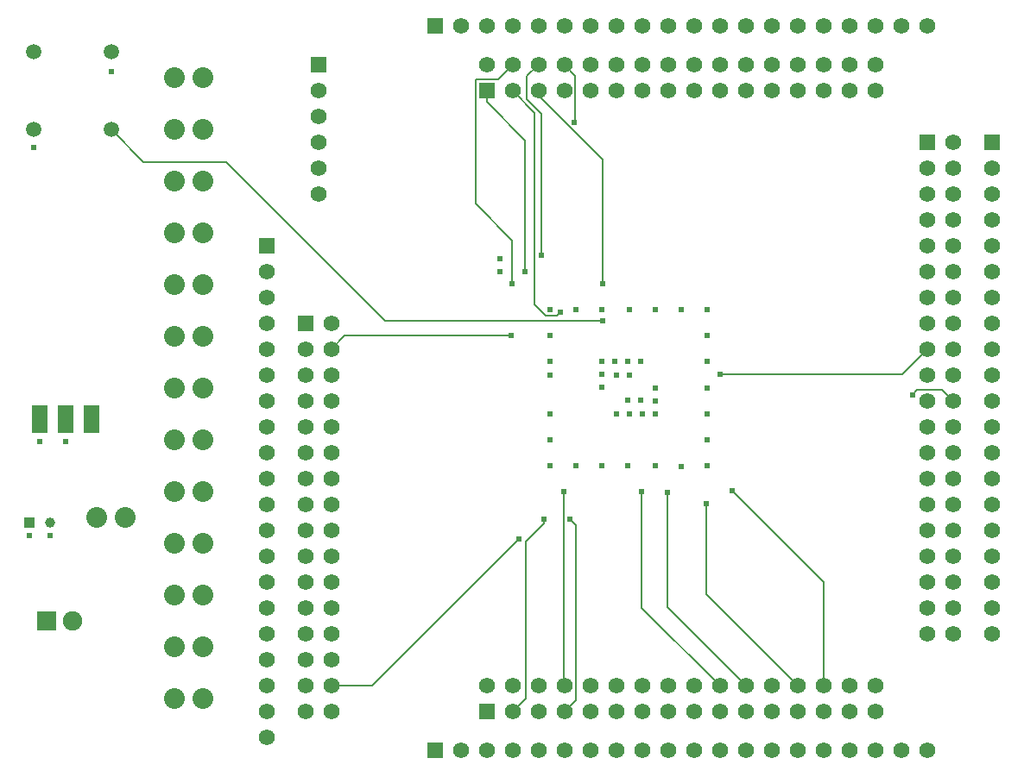
<source format=gbl>
G04 Layer: BottomLayer*
G04 EasyEDA v5.9.42, Mon, 25 Mar 2019 10:54:48 GMT*
G04 9ec46c63b194450d96f21d754a7bc232*
G04 Gerber Generator version 0.2*
G04 Scale: 100 percent, Rotated: No, Reflected: No *
G04 Dimensions in inches *
G04 leading zeros omitted , absolute positions ,2 integer and 4 decimal *
%FSLAX24Y24*%
%MOIN*%
G90*
G70D02*

%ADD11C,0.008000*%
%ADD12C,0.024400*%
%ADD13C,0.024000*%
%ADD14C,0.080000*%
%ADD15R,0.062000X0.062000*%
%ADD16C,0.062000*%
%ADD17R,0.059700X0.107500*%
%ADD18R,0.039370X0.039370*%
%ADD19C,0.039370*%
%ADD20R,0.074803X0.074803*%
%ADD21C,0.074803*%
%ADD22C,0.059050*%

%LPD*%
G54D11*
G01X21622Y20255D02*
G01X21622Y25705D01*
G01X21063Y26265D01*
G01X21063Y27161D01*
G01X21500Y27600D01*
G01X22867Y25388D02*
G01X22932Y25455D01*
G01X22932Y27167D01*
G01X22500Y27600D01*
G01X20500Y27600D02*
G01X19943Y27042D01*
G01X19092Y27042D01*
G01X19068Y27019D01*
G01X19068Y22227D01*
G01X20486Y20809D01*
G01X20486Y19138D01*
G01X19500Y26169D02*
G01X20989Y24678D01*
G01X20989Y19609D01*
G01X19500Y26600D02*
G01X19500Y26169D01*
G01X20500Y26600D02*
G01X21364Y25736D01*
G01X21364Y18336D01*
G01X21798Y17902D01*
G01X22202Y17902D01*
G01X22350Y18050D01*
G01X23975Y19125D02*
G01X23975Y23940D01*
G01X21500Y26415D01*
G01X21500Y26600D01*
G01X36500Y16600D02*
G01X35534Y15634D01*
G01X28502Y15634D01*
G01X28502Y15634D01*
G01X37500Y14600D02*
G01X37068Y15030D01*
G01X36127Y15030D01*
G01X35954Y14857D01*
G01X22500Y3600D02*
G01X22475Y3625D01*
G01X22475Y11109D01*
G01X22500Y2600D02*
G01X22942Y3042D01*
G01X22942Y9819D01*
G01X22723Y10038D01*
G01X20436Y17125D02*
G01X14026Y17125D01*
G01X13500Y16600D01*
G01X20761Y9273D02*
G01X15088Y3600D01*
G01X13500Y3600D01*
G01X25490Y11096D02*
G01X25490Y6609D01*
G01X28500Y3600D01*
G01X26472Y11086D02*
G01X26472Y6626D01*
G01X29500Y3600D01*
G01X27975Y10625D02*
G01X27975Y7125D01*
G01X31500Y3600D01*
G01X32500Y3600D02*
G01X32500Y7600D01*
G01X28975Y11125D01*
G01X21711Y10046D02*
G01X21711Y9884D01*
G01X21000Y9171D01*
G01X21000Y3100D01*
G01X20500Y2600D01*
G01X5000Y25100D02*
G01X6246Y23853D01*
G01X9434Y23853D01*
G01X15584Y17703D01*
G01X23985Y17703D01*
G54D14*
G01X7450Y27100D03*
G01X8550Y27100D03*
G01X7450Y25100D03*
G01X8550Y25100D03*
G01X7450Y23100D03*
G01X8550Y23100D03*
G01X7450Y21100D03*
G01X8550Y21100D03*
G01X7450Y19100D03*
G01X8550Y19100D03*
G01X7450Y17100D03*
G01X8550Y17100D03*
G01X7450Y15100D03*
G01X8550Y15100D03*
G01X7450Y13100D03*
G01X8550Y13100D03*
G01X7450Y11100D03*
G01X8550Y11100D03*
G01X7450Y9100D03*
G01X8550Y9100D03*
G01X7450Y7100D03*
G01X8550Y7100D03*
G01X7450Y5100D03*
G01X8550Y5100D03*
G01X7450Y3100D03*
G01X8550Y3100D03*
G54D15*
G01X36500Y24600D03*
G54D16*
G01X37500Y24600D03*
G01X36500Y23600D03*
G01X37500Y23600D03*
G01X36500Y22600D03*
G01X37500Y22600D03*
G01X36500Y21600D03*
G01X37500Y21600D03*
G01X36500Y20600D03*
G01X37500Y20600D03*
G01X36500Y19600D03*
G01X37500Y19600D03*
G01X36500Y18600D03*
G01X37500Y18600D03*
G01X36500Y17600D03*
G01X37500Y17600D03*
G01X36500Y16600D03*
G01X37500Y16600D03*
G01X36500Y15600D03*
G01X37500Y15600D03*
G01X36500Y14600D03*
G01X37500Y14600D03*
G01X36500Y13600D03*
G01X37500Y13600D03*
G01X36500Y12600D03*
G01X37500Y12600D03*
G01X36500Y11600D03*
G01X37500Y11600D03*
G01X36500Y10600D03*
G01X37500Y10600D03*
G01X36500Y9600D03*
G01X37500Y9600D03*
G01X36500Y8600D03*
G01X37500Y8600D03*
G01X36500Y7600D03*
G01X37500Y7600D03*
G01X36500Y6600D03*
G01X37500Y6600D03*
G01X36500Y5600D03*
G01X37500Y5600D03*
G54D15*
G01X19500Y2600D03*
G54D16*
G01X19500Y3600D03*
G01X20500Y2600D03*
G01X20500Y3600D03*
G01X21500Y2600D03*
G01X21500Y3600D03*
G01X22500Y2600D03*
G01X22500Y3600D03*
G01X23500Y2600D03*
G01X23500Y3600D03*
G01X24500Y2600D03*
G01X24500Y3600D03*
G01X25500Y2600D03*
G01X25500Y3600D03*
G01X26500Y2600D03*
G01X26500Y3600D03*
G01X27500Y2600D03*
G01X27500Y3600D03*
G01X28500Y2600D03*
G01X28500Y3600D03*
G01X29500Y2600D03*
G01X29500Y3600D03*
G01X30500Y2600D03*
G01X30500Y3600D03*
G01X31500Y2600D03*
G01X31500Y3600D03*
G01X32500Y2600D03*
G01X32500Y3600D03*
G01X33500Y2600D03*
G01X33500Y3600D03*
G01X34500Y2600D03*
G01X34500Y3600D03*
G54D15*
G01X19500Y26600D03*
G54D16*
G01X19500Y27600D03*
G01X20500Y26600D03*
G01X20500Y27600D03*
G01X21500Y26600D03*
G01X21500Y27600D03*
G01X22500Y26600D03*
G01X22500Y27600D03*
G01X23500Y26600D03*
G01X23500Y27600D03*
G01X24500Y26600D03*
G01X24500Y27600D03*
G01X25500Y26600D03*
G01X25500Y27600D03*
G01X26500Y26600D03*
G01X26500Y27600D03*
G01X27500Y26600D03*
G01X27500Y27600D03*
G01X28500Y26600D03*
G01X28500Y27600D03*
G01X29500Y26600D03*
G01X29500Y27600D03*
G01X30500Y26600D03*
G01X30500Y27600D03*
G01X31500Y26600D03*
G01X31500Y27600D03*
G01X32500Y26600D03*
G01X32500Y27600D03*
G01X33500Y26600D03*
G01X33500Y27600D03*
G01X34500Y26600D03*
G01X34500Y27600D03*
G54D15*
G01X12500Y17600D03*
G54D16*
G01X13500Y17600D03*
G01X12500Y16600D03*
G01X13500Y16600D03*
G01X12500Y15600D03*
G01X13500Y15600D03*
G01X12500Y14600D03*
G01X13500Y14600D03*
G01X12500Y13600D03*
G01X13500Y13600D03*
G01X12500Y12600D03*
G01X13500Y12600D03*
G01X12500Y11600D03*
G01X13500Y11600D03*
G01X12500Y10600D03*
G01X13500Y10600D03*
G01X12500Y9600D03*
G01X13500Y9600D03*
G01X12500Y8600D03*
G01X13500Y8600D03*
G01X12500Y7600D03*
G01X13500Y7600D03*
G01X12500Y6600D03*
G01X13500Y6600D03*
G01X12500Y5600D03*
G01X13500Y5600D03*
G01X12500Y4600D03*
G01X13500Y4600D03*
G01X12500Y3600D03*
G01X13500Y3600D03*
G01X12500Y2600D03*
G01X13500Y2600D03*
G54D17*
G01X2250Y13899D03*
G01X3250Y13899D03*
G01X4250Y13899D03*
G54D18*
G01X1855Y9900D03*
G54D19*
G01X2643Y9900D03*
G54D14*
G01X4450Y10100D03*
G01X5550Y10100D03*
G54D16*
G01X13000Y22600D03*
G01X13000Y23600D03*
G01X13000Y24600D03*
G01X13000Y25600D03*
G01X13000Y26600D03*
G54D15*
G01X13000Y27600D03*
G54D20*
G01X2500Y6100D03*
G54D21*
G01X3500Y6100D03*
G54D16*
G01X36500Y29100D03*
G01X35500Y29100D03*
G01X34500Y29100D03*
G01X33500Y29100D03*
G01X32500Y29100D03*
G01X31500Y29100D03*
G01X30500Y29100D03*
G01X29500Y29100D03*
G01X28500Y29100D03*
G01X27500Y29100D03*
G01X26500Y29100D03*
G01X25500Y29100D03*
G01X24500Y29100D03*
G01X23500Y29100D03*
G01X22500Y29100D03*
G01X21500Y29100D03*
G01X20500Y29100D03*
G01X19500Y29100D03*
G01X18500Y29100D03*
G54D15*
G01X17500Y29100D03*
G54D16*
G01X39000Y5600D03*
G01X39000Y6600D03*
G01X39000Y7600D03*
G01X39000Y8600D03*
G01X39000Y9600D03*
G01X39000Y10600D03*
G01X39000Y11600D03*
G01X39000Y12600D03*
G01X39000Y13600D03*
G01X39000Y14600D03*
G01X39000Y15600D03*
G01X39000Y16600D03*
G01X39000Y17600D03*
G01X39000Y18600D03*
G01X39000Y19600D03*
G01X39000Y20600D03*
G01X39000Y21600D03*
G01X39000Y22600D03*
G01X39000Y23600D03*
G54D15*
G01X39000Y24600D03*
G54D16*
G01X36500Y1100D03*
G01X35500Y1100D03*
G01X34500Y1100D03*
G01X33500Y1100D03*
G01X32500Y1100D03*
G01X31500Y1100D03*
G01X30500Y1100D03*
G01X29500Y1100D03*
G01X28500Y1100D03*
G01X27500Y1100D03*
G01X26500Y1100D03*
G01X25500Y1100D03*
G01X24500Y1100D03*
G01X23500Y1100D03*
G01X22500Y1100D03*
G01X21500Y1100D03*
G01X20500Y1100D03*
G01X19500Y1100D03*
G01X18500Y1100D03*
G54D15*
G01X17500Y1100D03*
G54D16*
G01X11000Y1600D03*
G01X11000Y2600D03*
G01X11000Y3600D03*
G01X11000Y4600D03*
G01X11000Y5600D03*
G01X11000Y6600D03*
G01X11000Y7600D03*
G01X11000Y8600D03*
G01X11000Y9600D03*
G01X11000Y10600D03*
G01X11000Y11600D03*
G01X11000Y12600D03*
G01X11000Y13600D03*
G01X11000Y14600D03*
G01X11000Y15600D03*
G01X11000Y16600D03*
G01X11000Y17600D03*
G01X11000Y18600D03*
G01X11000Y19600D03*
G54D15*
G01X11000Y20600D03*
G54D22*
G01X5000Y25100D03*
G01X5000Y28100D03*
G01X2000Y28100D03*
G01X2000Y25100D03*
G54D12*
G01X23950Y16150D03*
G01X24450Y16150D03*
G01X24950Y16150D03*
G01X25450Y16150D03*
G01X23950Y15650D03*
G01X24500Y15600D03*
G01X25000Y15600D03*
G01X26000Y15100D03*
G01X26000Y14600D03*
G01X26000Y14100D03*
G01X25500Y14100D03*
G01X25000Y14100D03*
G01X24500Y14100D03*
G01X23950Y15150D03*
G01X24950Y14650D03*
G01X25450Y14650D03*
G01X20000Y20100D03*
G01X21950Y18150D03*
G01X21950Y16150D03*
G01X23950Y18150D03*
G01X26000Y18150D03*
G01X28000Y18150D03*
G01X28000Y16150D03*
G01X28000Y14100D03*
G01X28000Y12100D03*
G01X26000Y12100D03*
G01X23950Y12100D03*
G01X21950Y12100D03*
G01X21950Y14100D03*
G01X20000Y19600D03*
G01X21950Y17150D03*
G01X22950Y18150D03*
G01X25000Y18150D03*
G01X27000Y18150D03*
G01X21950Y15600D03*
G01X21950Y13100D03*
G01X22950Y12100D03*
G01X24950Y12100D03*
G01X27025Y12075D03*
G01X28000Y13100D03*
G01X28000Y15100D03*
G01X28000Y17150D03*
G54D13*
G01X21622Y20255D03*
G01X22867Y25388D03*
G01X20486Y19138D03*
G01X20989Y19609D03*
G01X22350Y18050D03*
G01X23975Y19125D03*
G01X28502Y15634D03*
G01X35954Y14857D03*
G01X22475Y11109D03*
G01X22723Y10038D03*
G01X20436Y17125D03*
G01X20761Y9273D03*
G01X25490Y11096D03*
G01X26472Y11086D03*
G01X27975Y10625D03*
G01X28975Y11125D03*
G01X21711Y10046D03*
G54D12*
G01X2250Y13050D03*
G01X3250Y13050D03*
G01X1850Y9400D03*
G01X2650Y9400D03*
G01X5000Y27350D03*
G01X2000Y24400D03*
G54D13*
G01X23985Y17703D03*
M00*
M02*

</source>
